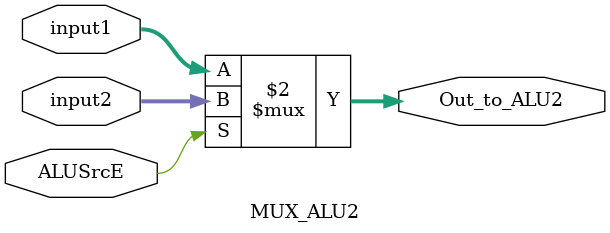
<source format=v>
`timescale 1ns / 1ps
module MUX_ALU2(
	 input ALUSrcE,
	 input [31:0] input1,
	 input [31:0] input2,
	 output [31:0] Out_to_ALU2
    );
	 
	 assign Out_to_ALU2 = (ALUSrcE==0 ? input1 : input2);


endmodule

</source>
